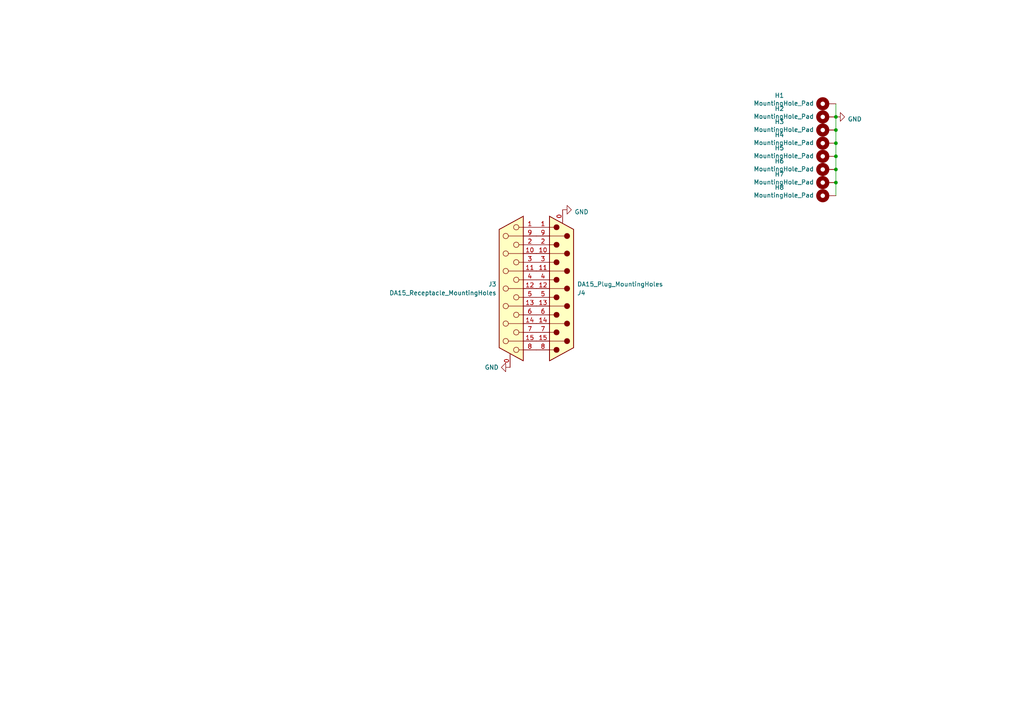
<source format=kicad_sch>
(kicad_sch (version 20230121) (generator eeschema)
  (paper "A4")
  (lib_symbols
    (symbol "Connector:DA15_Plug_MountingHoles" (pin_names (offset 1.016) hide)
      (property "Reference" "J" (at 0 24.13 0))
      (property "Value" "DA15_Plug_MountingHoles" (at 0 22.225 0))
      (symbol "DA15_Plug_MountingHoles_0_1"
        (circle (center -1.778 -17.78) (radius 0.762) (fill (type outline)))
        (circle (center -1.778 -12.7) (radius 0.762) (fill (type outline)))
        (circle (center -1.778 -7.62) (radius 0.762) (fill (type outline)))
        (circle (center -1.778 -2.54) (radius 0.762) (fill (type outline)))
        (circle (center -1.778 2.54) (radius 0.762) (fill (type outline)))
        (circle (center -1.778 7.62) (radius 0.762) (fill (type outline)))
        (circle (center -1.778 12.7) (radius 0.762) (fill (type outline)))
        (circle (center -1.778 17.78) (radius 0.762) (fill (type outline)))
        (polyline (pts (xy -3.81 -17.78) (xy -2.54 -17.78)))
        (polyline (pts (xy -3.81 -15.24) (xy 0.508 -15.24)))
        (polyline (pts (xy -3.81 -12.7) (xy -2.54 -12.7)))
        (polyline (pts (xy -3.81 -10.16) (xy 0.508 -10.16)))
        (polyline (pts (xy -3.81 -7.62) (xy -2.54 -7.62)))
        (polyline (pts (xy -3.81 -5.08) (xy 0.508 -5.08)))
        (polyline (pts (xy -3.81 -2.54) (xy -2.54 -2.54)))
        (polyline (pts (xy -3.81 0) (xy 0.508 0)))
        (polyline (pts (xy -3.81 2.54) (xy -2.54 2.54)))
        (polyline (pts (xy -3.81 5.08) (xy 0.508 5.08)))
        (polyline (pts (xy -3.81 7.62) (xy -2.54 7.62)))
        (polyline (pts (xy -3.81 10.16) (xy 0.508 10.16)))
        (polyline (pts (xy -3.81 12.7) (xy -2.54 12.7)))
        (polyline (pts (xy -3.81 15.24) (xy 0.508 15.24)))
        (polyline (pts (xy -3.81 17.78) (xy -2.54 17.78)))
        (polyline (pts (xy -3.81 -20.955) (xy 3.175 -17.145) (xy 3.175 17.145) (xy -3.81 20.955) (xy -3.81 -20.955)) (stroke (width 0.254)) (fill (type background)))
        (circle (center 1.27 -15.24) (radius 0.762) (fill (type outline)))
        (circle (center 1.27 -10.16) (radius 0.762) (fill (type outline)))
        (circle (center 1.27 -5.08) (radius 0.762) (fill (type outline)))
        (circle (center 1.27 0) (radius 0.762) (fill (type outline)))
        (circle (center 1.27 5.08) (radius 0.762) (fill (type outline)))
        (circle (center 1.27 10.16) (radius 0.762) (fill (type outline)))
        (circle (center 1.27 15.24) (radius 0.762) (fill (type outline)))
      )
      (symbol "DA15_Plug_MountingHoles_1_1"
        (pin passive line (at 0 -22.86 90) (length 3.81) (name "PAD") (number "0"))
        (pin passive line (at -7.62 -17.78 0) (length 3.81) (name "1") (number "1"))
        (pin passive line (at -7.62 -10.16 0) (length 3.81) (name "P10") (number "10"))
        (pin passive line (at -7.62 -5.08 0) (length 3.81) (name "P111") (number "11"))
        (pin passive line (at -7.62 0 0) (length 3.81) (name "P12") (number "12"))
        (pin passive line (at -7.62 5.08 0) (length 3.81) (name "P13") (number "13"))
        (pin passive line (at -7.62 10.16 0) (length 3.81) (name "P14") (number "14"))
        (pin passive line (at -7.62 15.24 0) (length 3.81) (name "P15") (number "15"))
        (pin passive line (at -7.62 -12.7 0) (length 3.81) (name "2") (number "2"))
        (pin passive line (at -7.62 -7.62 0) (length 3.81) (name "3") (number "3"))
        (pin passive line (at -7.62 -2.54 0) (length 3.81) (name "4") (number "4"))
        (pin passive line (at -7.62 2.54 0) (length 3.81) (name "5") (number "5"))
        (pin passive line (at -7.62 7.62 0) (length 3.81) (name "6") (number "6"))
        (pin passive line (at -7.62 12.7 0) (length 3.81) (name "7") (number "7"))
        (pin passive line (at -7.62 17.78 0) (length 3.81) (name "8") (number "8"))
        (pin passive line (at -7.62 -15.24 0) (length 3.81) (name "P9") (number "9"))
      )
    )
    (symbol "Connector:DA15_Receptacle_MountingHoles" (pin_names (offset 1.016) hide)
      (property "Reference" "J" (at 0 24.13 0))
      (property "Value" "DA15_Receptacle_MountingHoles" (at 0 22.225 0))
      (symbol "DA15_Receptacle_MountingHoles_0_1"
        (circle (center -1.778 -17.78) (radius 0.762))
        (circle (center -1.778 -12.7) (radius 0.762))
        (circle (center -1.778 -7.62) (radius 0.762))
        (circle (center -1.778 -2.54) (radius 0.762))
        (circle (center -1.778 2.54) (radius 0.762))
        (circle (center -1.778 7.62) (radius 0.762))
        (circle (center -1.778 12.7) (radius 0.762))
        (circle (center -1.778 17.78) (radius 0.762))
        (polyline (pts (xy -3.81 -17.78) (xy -2.54 -17.78)))
        (polyline (pts (xy -3.81 -15.24) (xy 0.508 -15.24)))
        (polyline (pts (xy -3.81 -12.7) (xy -2.54 -12.7)))
        (polyline (pts (xy -3.81 -10.16) (xy 0.508 -10.16)))
        (polyline (pts (xy -3.81 -7.62) (xy -2.54 -7.62)))
        (polyline (pts (xy -3.81 -5.08) (xy 0.508 -5.08)))
        (polyline (pts (xy -3.81 -2.54) (xy -2.54 -2.54)))
        (polyline (pts (xy -3.81 0) (xy 0.508 0)))
        (polyline (pts (xy -3.81 2.54) (xy -2.54 2.54)))
        (polyline (pts (xy -3.81 5.08) (xy 0.508 5.08)))
        (polyline (pts (xy -3.81 7.62) (xy -2.54 7.62)))
        (polyline (pts (xy -3.81 10.16) (xy 0.508 10.16)))
        (polyline (pts (xy -3.81 12.7) (xy -2.54 12.7)))
        (polyline (pts (xy -3.81 15.24) (xy 0.508 15.24)))
        (polyline (pts (xy -3.81 17.78) (xy -2.54 17.78)))
        (polyline (pts (xy -3.81 20.955) (xy 3.175 17.145) (xy 3.175 -17.145) (xy -3.81 -20.955) (xy -3.81 20.955)) (stroke (width 0.254)) (fill (type background)))
        (circle (center 1.27 -15.24) (radius 0.762))
        (circle (center 1.27 -10.16) (radius 0.762))
        (circle (center 1.27 -5.08) (radius 0.762))
        (circle (center 1.27 0) (radius 0.762))
        (circle (center 1.27 5.08) (radius 0.762))
        (circle (center 1.27 10.16) (radius 0.762))
        (circle (center 1.27 15.24) (radius 0.762))
      )
      (symbol "DA15_Receptacle_MountingHoles_1_1"
        (pin passive line (at 0 -22.86 90) (length 3.81) (name "PAD") (number "0"))
        (pin passive line (at -7.62 17.78 0) (length 3.81) (name "1") (number "1"))
        (pin passive line (at -7.62 10.16 0) (length 3.81) (name "P10") (number "10"))
        (pin passive line (at -7.62 5.08 0) (length 3.81) (name "P111") (number "11"))
        (pin passive line (at -7.62 0 0) (length 3.81) (name "P12") (number "12"))
        (pin passive line (at -7.62 -5.08 0) (length 3.81) (name "P13") (number "13"))
        (pin passive line (at -7.62 -10.16 0) (length 3.81) (name "P14") (number "14"))
        (pin passive line (at -7.62 -15.24 0) (length 3.81) (name "P15") (number "15"))
        (pin passive line (at -7.62 12.7 0) (length 3.81) (name "2") (number "2"))
        (pin passive line (at -7.62 7.62 0) (length 3.81) (name "3") (number "3"))
        (pin passive line (at -7.62 2.54 0) (length 3.81) (name "4") (number "4"))
        (pin passive line (at -7.62 -2.54 0) (length 3.81) (name "5") (number "5"))
        (pin passive line (at -7.62 -7.62 0) (length 3.81) (name "6") (number "6"))
        (pin passive line (at -7.62 -12.7 0) (length 3.81) (name "7") (number "7"))
        (pin passive line (at -7.62 -17.78 0) (length 3.81) (name "8") (number "8"))
        (pin passive line (at -7.62 15.24 0) (length 3.81) (name "P9") (number "9"))
      )
    )
    (symbol "Mechanical:MountingHole_Pad" (pin_numbers hide) (pin_names (offset 1.016) hide)
      (property "Reference" "H" (at 0 6.35 0))
      (property "Value" "MountingHole_Pad" (at 0 4.445 0))
      (symbol "MountingHole_Pad_0_1"
        (circle (center 0 1.27) (radius 1.27) (stroke (width 1.27)))
      )
      (symbol "MountingHole_Pad_1_1"
        (pin input line (at 0 -2.54 90) (length 2.54) (name "1") (number "1"))
      )
    )
    (symbol "power:GND" (power) (pin_names (offset 0))
      (property "Value" "GND" (at 0 -3.81 0))
      (symbol "GND_0_1"
        (polyline (pts (xy 0 0) (xy 0 -1.27) (xy 1.27 -1.27) (xy 0 -2.54) (xy -1.27 -1.27) (xy 0 -1.27)))
      )
      (symbol "GND_1_1"
        (pin power_in line (at 0 0 270) (length 0) hide (name "GND") (number "1"))
      )
    )
  )
  (junction (at 242.443 33.909))
  (junction (at 242.443 45.339))
  (junction (at 242.443 41.529))
  (junction (at 242.443 49.149))
  (junction (at 242.443 37.719))
  (junction (at 242.443 52.959))
  (wire (pts (xy 242.443 52.959) (xy 242.443 56.769)))
  (wire (pts (xy 242.443 45.339) (xy 242.443 49.149)))
  (wire (pts (xy 242.443 37.719) (xy 242.443 41.529)))
  (wire (pts (xy 242.443 41.529) (xy 242.443 45.339)))
  (wire (pts (xy 242.443 33.909) (xy 242.443 37.719)))
  (wire (pts (xy 242.443 49.149) (xy 242.443 52.959)))
  (wire (pts (xy 242.443 30.099) (xy 242.443 33.909)))
  (symbol (lib_id "Connector:DA15_Plug_MountingHoles") (at 163.195 83.693 0) (mirror x) (unit 1)
    (property "Reference" "J4" (at 167.386 84.963 0) (effects (font italic) (justify left)))
    (property "Value" "DA15_Plug_MountingHoles" (at 167.386 82.423 0) (effects (justify left)))
    (property "Footprint" "0_Library:DSUB-TH_DS1037-15FN" (effects hide))
    (property "Datasheet" " ~" (effects hide))
    (property "LCSC" "C77837" (effects hide))
  )
  (symbol (lib_id "Mechanical:MountingHole_Pad") (at 239.903 49.149 90) (unit 1)
    (property "Reference" "H6" (at 226.06 46.736 90))
    (property "Value" "MountingHole_Pad" (at 227.33 49.022 90))
    (property "Footprint" "MountingHole:MountingHole_5mm_Pad" (effects hide))
  )
  (symbol (lib_id "Mechanical:MountingHole_Pad") (at 239.903 45.339 90) (unit 1)
    (property "Reference" "H5" (at 226.06 42.926 90))
    (property "Value" "MountingHole_Pad" (at 227.33 45.212 90))
    (property "Footprint" "MountingHole:MountingHole_5mm_Pad" (effects hide))
  )
  (symbol (lib_id "Connector:DA15_Receptacle_MountingHoles") (at 147.955 83.693 0) (mirror y) (unit 1)
    (property "Reference" "J3" (at 144.018 82.423 0) (effects (justify left)))
    (property "Value" "DA15_Receptacle_MountingHoles" (at 144.018 84.963 0) (effects (justify left)))
    (property "Footprint" "0_Library:DB15-TH_TE_2301840-1" (effects hide))
    (property "Datasheet" " ~" (effects hide))
    (property "LCSC" "C591544" (effects hide))
  )
  (symbol (lib_id "Mechanical:MountingHole_Pad") (at 239.903 52.959 90) (unit 1)
    (property "Reference" "H7" (at 226.06 50.546 90))
    (property "Value" "MountingHole_Pad" (at 227.33 52.832 90))
    (property "Footprint" "MountingHole:MountingHole_5mm_Pad" (effects hide))
  )
  (symbol (lib_id "Mechanical:MountingHole_Pad") (at 239.903 41.529 90) (unit 1)
    (property "Reference" "H4" (at 226.06 39.116 90))
    (property "Value" "MountingHole_Pad" (at 227.33 41.402 90))
    (property "Footprint" "MountingHole:MountingHole_5mm_Pad" (effects hide))
  )
  (symbol (lib_id "power:GND") (at 242.443 33.909 90) (unit 1)
    (property "Reference" "#PWR01" (effects hide))
    (property "Value" "GND" (at 245.872 34.544 90) (effects (justify right)))
  )
  (symbol (lib_id "Mechanical:MountingHole_Pad") (at 239.903 37.719 90) (unit 1)
    (property "Reference" "H3" (at 226.06 35.306 90))
    (property "Value" "MountingHole_Pad" (at 227.33 37.592 90))
    (property "Footprint" "MountingHole:MountingHole_5mm_Pad" (effects hide))
  )
  (symbol (lib_id "power:GND") (at 163.195 60.833 90) (unit 1)
    (property "Reference" "#PWR02" (effects hide))
    (property "Value" "GND" (at 166.624 61.468 90) (effects (justify right)))
  )
  (symbol (lib_id "Mechanical:MountingHole_Pad") (at 239.903 56.769 90) (unit 1)
    (property "Reference" "H8" (at 226.06 54.356 90))
    (property "Value" "MountingHole_Pad" (at 227.33 56.642 90))
    (property "Footprint" "MountingHole:MountingHole_5mm_Pad" (effects hide))
  )
  (symbol (lib_id "power:GND") (at 147.955 106.553 270) (unit 1)
    (property "Reference" "#PWR03" (effects hide))
    (property "Value" "GND" (at 144.653 106.553 90) (effects (justify right)))
  )
  (symbol (lib_id "Mechanical:MountingHole_Pad") (at 239.903 30.099 90) (unit 1)
    (property "Reference" "H1" (at 226.06 27.686 90))
    (property "Value" "MountingHole_Pad" (at 227.33 29.972 90))
    (property "Footprint" "MountingHole:MountingHole_5mm_Pad" (effects hide))
  )
  (symbol (lib_id "Mechanical:MountingHole_Pad") (at 239.903 33.909 90) (unit 1)
    (property "Reference" "H2" (at 226.06 31.496 90))
    (property "Value" "MountingHole_Pad" (at 227.33 33.782 90))
    (property "Footprint" "MountingHole:MountingHole_5mm_Pad" (effects hide))
  )
)
</source>
